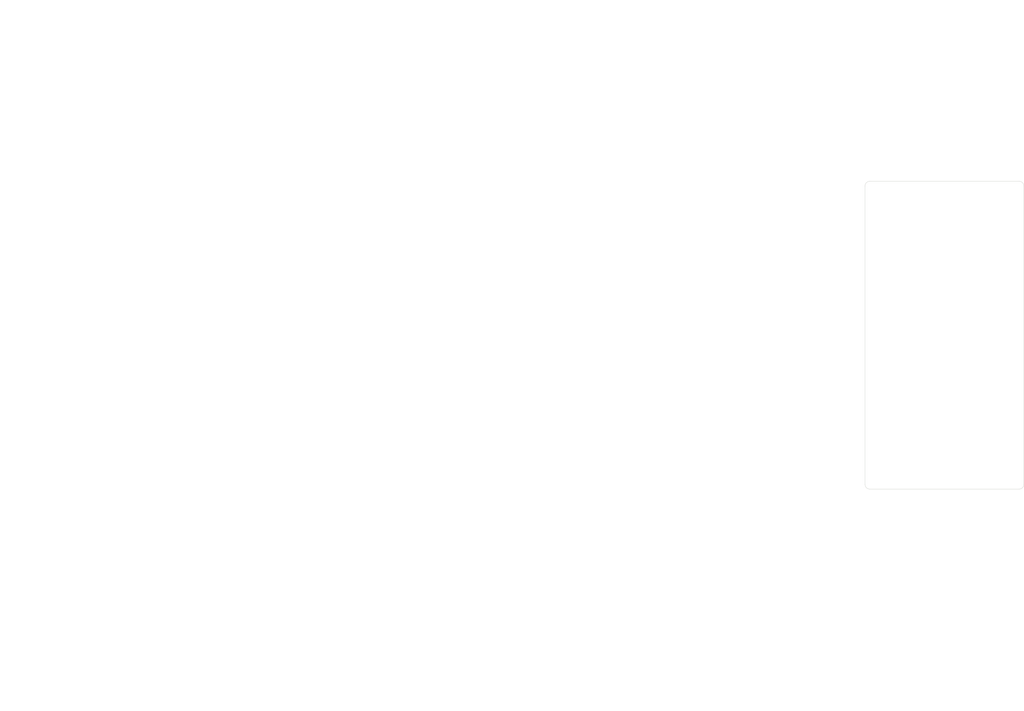
<source format=kicad_pcb>


(kicad_pcb
  (version 20240108)
  (generator "ergogen")
  (generator_version "4.1.0")
  (general
    (thickness 1.6)
    (legacy_teardrops no)
  )
  (paper "A3")
  (title_block
    (title "PhaseShift_Plate")
    (date "2025-07-03")
    (rev "0.3.4")
    (company "Allen Choi")
  )

  (layers
    (0 "F.Cu" signal)
    (31 "B.Cu" signal)
    (32 "B.Adhes" user "B.Adhesive")
    (33 "F.Adhes" user "F.Adhesive")
    (34 "B.Paste" user)
    (35 "F.Paste" user)
    (36 "B.SilkS" user "B.Silkscreen")
    (37 "F.SilkS" user "F.Silkscreen")
    (38 "B.Mask" user)
    (39 "F.Mask" user)
    (40 "Dwgs.User" user "User.Drawings")
    (41 "Cmts.User" user "User.Comments")
    (42 "Eco1.User" user "User.Eco1")
    (43 "Eco2.User" user "User.Eco2")
    (44 "Edge.Cuts" user)
    (45 "Margin" user)
    (46 "B.CrtYd" user "B.Courtyard")
    (47 "F.CrtYd" user "F.Courtyard")
    (48 "B.Fab" user)
    (49 "F.Fab" user)
  )

  (setup
    (pad_to_mask_clearance 0.05)
    (allow_soldermask_bridges_in_footprints no)
    (pcbplotparams
      (layerselection 0x00010fc_ffffffff)
      (plot_on_all_layers_selection 0x0000000_00000000)
      (disableapertmacros no)
      (usegerberextensions no)
      (usegerberattributes yes)
      (usegerberadvancedattributes yes)
      (creategerberjobfile yes)
      (dashed_line_dash_ratio 12.000000)
      (dashed_line_gap_ratio 3.000000)
      (svgprecision 4)
      (plotframeref no)
      (viasonmask no)
      (mode 1)
      (useauxorigin no)
      (hpglpennumber 1)
      (hpglpenspeed 20)
      (hpglpendiameter 15.000000)
      (pdf_front_fp_property_popups yes)
      (pdf_back_fp_property_popups yes)
      (dxfpolygonmode yes)
      (dxfimperialunits yes)
      (dxfusepcbnewfont yes)
      (psnegative no)
      (psa4output no)
      (plotreference yes)
      (plotvalue yes)
      (plotfptext yes)
      (plotinvisibletext no)
      (sketchpadsonfab no)
      (subtractmaskfromsilk no)
      (outputformat 1)
      (mirror no)
      (drillshape 1)
      (scaleselection 1)
      (outputdirectory "")
    )
  )

  (net 0 "")
(net 1 "GND")

  
  (zone
    (net 1)
    (net_name "GND")
    (locked no)
    (layers "F&B.Cu")
    
    (hatch edge 0.5)
    
    (connect_pads 
      (clearance 0.508)
    )
    (min_thickness 0.25)
    (filled_areas_thickness no)
    (fill 
      yes
      (thermal_gap 0.5)
      (thermal_bridge_width 0.5)
      (smoothing chamfer)
      (radius 0.5)
      (island_removal_mode 1)
      (island_area_min 5)
      
      
      
      
      
      
      
    )
    (polygon
      (pts
        (xy 0 0) (xy 420 0) (xy 420 297) (xy 0 297) 
      )
    )
  )
    
  (gr_line (start 361.32500000000005 202.29999999999998) (end 361.32500000000005 77.7125) (layer Edge.Cuts) (stroke (width 0.15) (type default)))
(gr_line (start 363.32500000000005 75.7125) (end 425.67500000000007 75.7125) (layer Edge.Cuts) (stroke (width 0.15) (type default)))
(gr_line (start 427.67500000000007 77.7125) (end 427.67500000000007 202.29999999999998) (layer Edge.Cuts) (stroke (width 0.15) (type default)))
(gr_line (start 425.67500000000007 204.29999999999998) (end 363.32500000000005 204.29999999999998) (layer Edge.Cuts) (stroke (width 0.15) (type default)))
(gr_arc (start 363.32500000000005 75.7125) (mid 361.91078640000006 76.29828640000001) (end 361.32500000000005 77.7125) (layer Edge.Cuts) (stroke (width 0.15) (type default)))
(gr_arc (start 427.67500000000007 77.7125) (mid 427.08921360000005 76.29828640000001) (end 425.67500000000007 75.7125) (layer Edge.Cuts) (stroke (width 0.15) (type default)))
(gr_arc (start 425.67500000000007 204.29999999999998) (mid 427.08921360000005 203.7142136) (end 427.67500000000007 202.29999999999998) (layer Edge.Cuts) (stroke (width 0.15) (type default)))
(gr_arc (start 361.32500000000005 202.29999999999998) (mid 361.91078640000006 203.7142136) (end 363.32500000000005 204.29999999999998) (layer Edge.Cuts) (stroke (width 0.15) (type default)))

)


</source>
